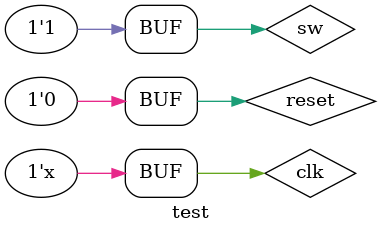
<source format=v>
`timescale 1ns / 1ps


module test;

	// Inputs
	reg clk;
	reg reset;
	reg sw;

	// Outputs
	wire [7:0] q;

	// Instantiate the Unit Under Test (UUT)
	ShiftRegister uut (
		.clk(clk), 
		.reset(reset), 
		.sw(sw), 
		.q(q)
	);

initial begin
clk = 0;
reset = 0;
sw = 1;
#10;

reset = 1;
#10;

reset = 0;
#6000000;

reset = 1;
#1000000;

reset = 0;
#3000000;

sw = 0;
#1000000;

sw = 1;
#3000000;

reset = 1;
#1000000;
reset = 0;
end
always
begin
#10; clk = ~ clk;
end
endmodule

</source>
